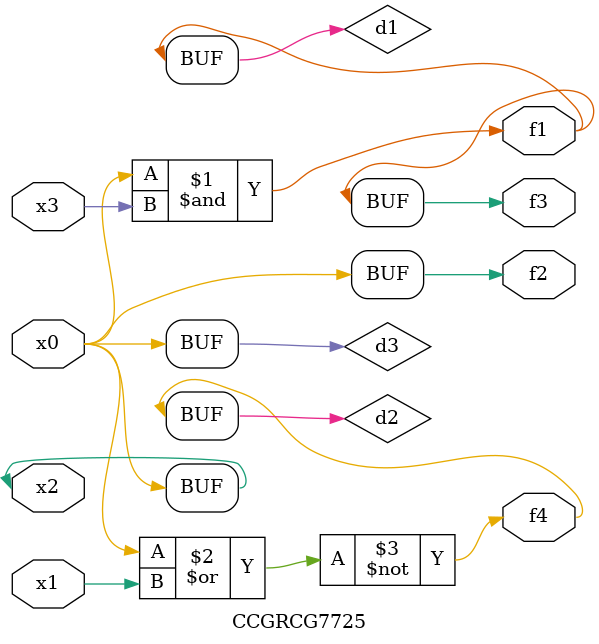
<source format=v>
module CCGRCG7725(
	input x0, x1, x2, x3,
	output f1, f2, f3, f4
);

	wire d1, d2, d3;

	and (d1, x2, x3);
	nor (d2, x0, x1);
	buf (d3, x0, x2);
	assign f1 = d1;
	assign f2 = d3;
	assign f3 = d1;
	assign f4 = d2;
endmodule

</source>
